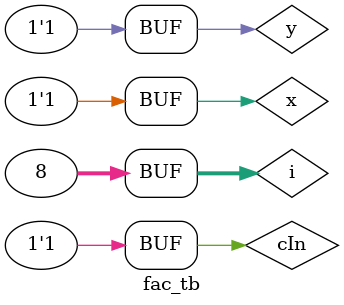
<source format=v>
module fac(
  input x,y,cIn,
  output z,cOut
);
  
  assign z = x ^ cIn ^ y;
  assign cOut = x & y | x & cIn | y & cIn;
  
endmodule

module fac_tb(
);
  reg x, y, cIn;
  wire z, cOut;
  fac dut(
    .x(x),
    .y(y),
    .cIn(cIn),
    .z(z),
    .cOut(cOut)
  );
  
  integer i;
  
  initial begin 
    $display("time\tx\ty\tcIn\t||z\tcOut");
    $monitor("%4t\t%b\t%b\t||%b\t%b",$time,x,y,cIn,z,cOut);
    for(i=0;i<8;i=i+1) begin
      {x,y,cIn} =  i;
      #10;
    end
  end
endmodule
</source>
